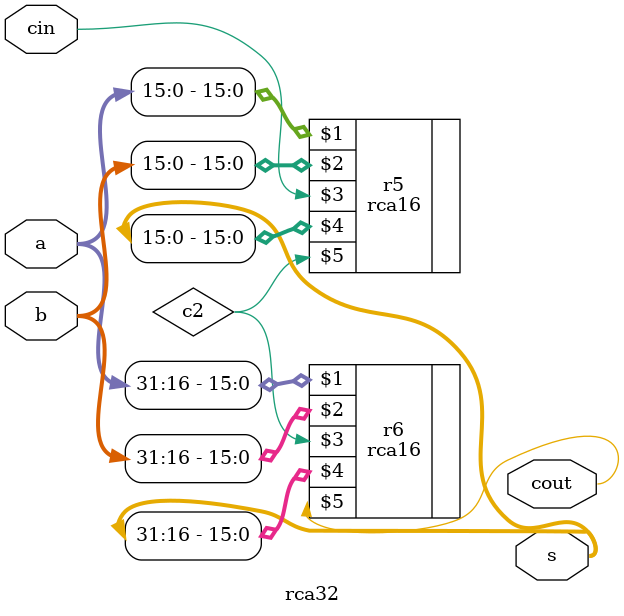
<source format=v>
`timescale 1ns / 1ps


module rca32(a,b,cin,s,cout);
input [31:0]a,b;
input cin;
output [31:0]s;
output cout;
wire c2;
rca16 r5(a[15:0],b[15:0],cin,s[15:0],c2);
rca16 r6(a[31:16],b[31:16],c2,s[31:16],cout);
endmodule

</source>
